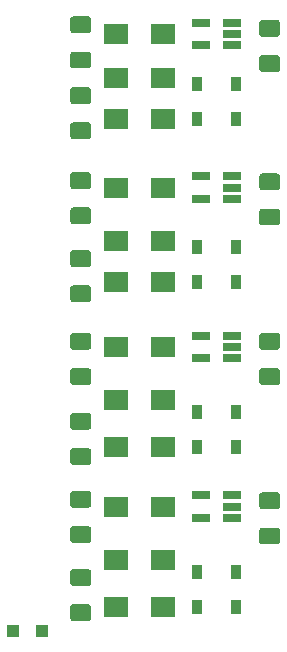
<source format=gbr>
G04 #@! TF.GenerationSoftware,KiCad,Pcbnew,5.0.2-bee76a0~70~ubuntu18.10.1*
G04 #@! TF.CreationDate,2019-03-01T08:09:35-06:00*
G04 #@! TF.ProjectId,PiKwonDoHAT,50694b77-6f6e-4446-9f48-41542e6b6963,rev?*
G04 #@! TF.SameCoordinates,PX6bc3e40PY4524320*
G04 #@! TF.FileFunction,Paste,Top*
G04 #@! TF.FilePolarity,Positive*
%FSLAX46Y46*%
G04 Gerber Fmt 4.6, Leading zero omitted, Abs format (unit mm)*
G04 Created by KiCad (PCBNEW 5.0.2-bee76a0~70~ubuntu18.10.1) date Fri 01 Mar 2019 08:09:35 AM CST*
%MOMM*%
%LPD*%
G01*
G04 APERTURE LIST*
%ADD10R,1.560000X0.650000*%
%ADD11R,2.000000X1.700000*%
%ADD12C,0.100000*%
%ADD13C,1.425000*%
%ADD14R,0.900000X1.200000*%
%ADD15R,1.000000X1.000000*%
G04 APERTURE END LIST*
D10*
G04 #@! TO.C,U3*
X-13150000Y-18450000D03*
X-13150000Y-17500000D03*
X-13150000Y-16550000D03*
X-15850000Y-16550000D03*
X-15850000Y-18450000D03*
G04 #@! TD*
D11*
G04 #@! TO.C,R8*
X-19000000Y-25500000D03*
X-23000000Y-25500000D03*
G04 #@! TD*
D12*
G04 #@! TO.C,C10*
G36*
X-25350496Y-19176204D02*
X-25326227Y-19179804D01*
X-25302429Y-19185765D01*
X-25279329Y-19194030D01*
X-25257151Y-19204520D01*
X-25236107Y-19217133D01*
X-25216402Y-19231747D01*
X-25198223Y-19248223D01*
X-25181747Y-19266402D01*
X-25167133Y-19286107D01*
X-25154520Y-19307151D01*
X-25144030Y-19329329D01*
X-25135765Y-19352429D01*
X-25129804Y-19376227D01*
X-25126204Y-19400496D01*
X-25125000Y-19425000D01*
X-25125000Y-20350000D01*
X-25126204Y-20374504D01*
X-25129804Y-20398773D01*
X-25135765Y-20422571D01*
X-25144030Y-20445671D01*
X-25154520Y-20467849D01*
X-25167133Y-20488893D01*
X-25181747Y-20508598D01*
X-25198223Y-20526777D01*
X-25216402Y-20543253D01*
X-25236107Y-20557867D01*
X-25257151Y-20570480D01*
X-25279329Y-20580970D01*
X-25302429Y-20589235D01*
X-25326227Y-20595196D01*
X-25350496Y-20598796D01*
X-25375000Y-20600000D01*
X-26625000Y-20600000D01*
X-26649504Y-20598796D01*
X-26673773Y-20595196D01*
X-26697571Y-20589235D01*
X-26720671Y-20580970D01*
X-26742849Y-20570480D01*
X-26763893Y-20557867D01*
X-26783598Y-20543253D01*
X-26801777Y-20526777D01*
X-26818253Y-20508598D01*
X-26832867Y-20488893D01*
X-26845480Y-20467849D01*
X-26855970Y-20445671D01*
X-26864235Y-20422571D01*
X-26870196Y-20398773D01*
X-26873796Y-20374504D01*
X-26875000Y-20350000D01*
X-26875000Y-19425000D01*
X-26873796Y-19400496D01*
X-26870196Y-19376227D01*
X-26864235Y-19352429D01*
X-26855970Y-19329329D01*
X-26845480Y-19307151D01*
X-26832867Y-19286107D01*
X-26818253Y-19266402D01*
X-26801777Y-19248223D01*
X-26783598Y-19231747D01*
X-26763893Y-19217133D01*
X-26742849Y-19204520D01*
X-26720671Y-19194030D01*
X-26697571Y-19185765D01*
X-26673773Y-19179804D01*
X-26649504Y-19176204D01*
X-26625000Y-19175000D01*
X-25375000Y-19175000D01*
X-25350496Y-19176204D01*
X-25350496Y-19176204D01*
G37*
D13*
X-26000000Y-19887500D03*
D12*
G36*
X-25350496Y-16201204D02*
X-25326227Y-16204804D01*
X-25302429Y-16210765D01*
X-25279329Y-16219030D01*
X-25257151Y-16229520D01*
X-25236107Y-16242133D01*
X-25216402Y-16256747D01*
X-25198223Y-16273223D01*
X-25181747Y-16291402D01*
X-25167133Y-16311107D01*
X-25154520Y-16332151D01*
X-25144030Y-16354329D01*
X-25135765Y-16377429D01*
X-25129804Y-16401227D01*
X-25126204Y-16425496D01*
X-25125000Y-16450000D01*
X-25125000Y-17375000D01*
X-25126204Y-17399504D01*
X-25129804Y-17423773D01*
X-25135765Y-17447571D01*
X-25144030Y-17470671D01*
X-25154520Y-17492849D01*
X-25167133Y-17513893D01*
X-25181747Y-17533598D01*
X-25198223Y-17551777D01*
X-25216402Y-17568253D01*
X-25236107Y-17582867D01*
X-25257151Y-17595480D01*
X-25279329Y-17605970D01*
X-25302429Y-17614235D01*
X-25326227Y-17620196D01*
X-25350496Y-17623796D01*
X-25375000Y-17625000D01*
X-26625000Y-17625000D01*
X-26649504Y-17623796D01*
X-26673773Y-17620196D01*
X-26697571Y-17614235D01*
X-26720671Y-17605970D01*
X-26742849Y-17595480D01*
X-26763893Y-17582867D01*
X-26783598Y-17568253D01*
X-26801777Y-17551777D01*
X-26818253Y-17533598D01*
X-26832867Y-17513893D01*
X-26845480Y-17492849D01*
X-26855970Y-17470671D01*
X-26864235Y-17447571D01*
X-26870196Y-17423773D01*
X-26873796Y-17399504D01*
X-26875000Y-17375000D01*
X-26875000Y-16450000D01*
X-26873796Y-16425496D01*
X-26870196Y-16401227D01*
X-26864235Y-16377429D01*
X-26855970Y-16354329D01*
X-26845480Y-16332151D01*
X-26832867Y-16311107D01*
X-26818253Y-16291402D01*
X-26801777Y-16273223D01*
X-26783598Y-16256747D01*
X-26763893Y-16242133D01*
X-26742849Y-16229520D01*
X-26720671Y-16219030D01*
X-26697571Y-16210765D01*
X-26673773Y-16204804D01*
X-26649504Y-16201204D01*
X-26625000Y-16200000D01*
X-25375000Y-16200000D01*
X-25350496Y-16201204D01*
X-25350496Y-16201204D01*
G37*
D13*
X-26000000Y-16912500D03*
G04 #@! TD*
D11*
G04 #@! TO.C,R7*
X-19000000Y-17500000D03*
X-23000000Y-17500000D03*
G04 #@! TD*
D12*
G04 #@! TO.C,C9*
G36*
X-25350496Y-25776204D02*
X-25326227Y-25779804D01*
X-25302429Y-25785765D01*
X-25279329Y-25794030D01*
X-25257151Y-25804520D01*
X-25236107Y-25817133D01*
X-25216402Y-25831747D01*
X-25198223Y-25848223D01*
X-25181747Y-25866402D01*
X-25167133Y-25886107D01*
X-25154520Y-25907151D01*
X-25144030Y-25929329D01*
X-25135765Y-25952429D01*
X-25129804Y-25976227D01*
X-25126204Y-26000496D01*
X-25125000Y-26025000D01*
X-25125000Y-26950000D01*
X-25126204Y-26974504D01*
X-25129804Y-26998773D01*
X-25135765Y-27022571D01*
X-25144030Y-27045671D01*
X-25154520Y-27067849D01*
X-25167133Y-27088893D01*
X-25181747Y-27108598D01*
X-25198223Y-27126777D01*
X-25216402Y-27143253D01*
X-25236107Y-27157867D01*
X-25257151Y-27170480D01*
X-25279329Y-27180970D01*
X-25302429Y-27189235D01*
X-25326227Y-27195196D01*
X-25350496Y-27198796D01*
X-25375000Y-27200000D01*
X-26625000Y-27200000D01*
X-26649504Y-27198796D01*
X-26673773Y-27195196D01*
X-26697571Y-27189235D01*
X-26720671Y-27180970D01*
X-26742849Y-27170480D01*
X-26763893Y-27157867D01*
X-26783598Y-27143253D01*
X-26801777Y-27126777D01*
X-26818253Y-27108598D01*
X-26832867Y-27088893D01*
X-26845480Y-27067849D01*
X-26855970Y-27045671D01*
X-26864235Y-27022571D01*
X-26870196Y-26998773D01*
X-26873796Y-26974504D01*
X-26875000Y-26950000D01*
X-26875000Y-26025000D01*
X-26873796Y-26000496D01*
X-26870196Y-25976227D01*
X-26864235Y-25952429D01*
X-26855970Y-25929329D01*
X-26845480Y-25907151D01*
X-26832867Y-25886107D01*
X-26818253Y-25866402D01*
X-26801777Y-25848223D01*
X-26783598Y-25831747D01*
X-26763893Y-25817133D01*
X-26742849Y-25804520D01*
X-26720671Y-25794030D01*
X-26697571Y-25785765D01*
X-26673773Y-25779804D01*
X-26649504Y-25776204D01*
X-26625000Y-25775000D01*
X-25375000Y-25775000D01*
X-25350496Y-25776204D01*
X-25350496Y-25776204D01*
G37*
D13*
X-26000000Y-26487500D03*
D12*
G36*
X-25350496Y-22801204D02*
X-25326227Y-22804804D01*
X-25302429Y-22810765D01*
X-25279329Y-22819030D01*
X-25257151Y-22829520D01*
X-25236107Y-22842133D01*
X-25216402Y-22856747D01*
X-25198223Y-22873223D01*
X-25181747Y-22891402D01*
X-25167133Y-22911107D01*
X-25154520Y-22932151D01*
X-25144030Y-22954329D01*
X-25135765Y-22977429D01*
X-25129804Y-23001227D01*
X-25126204Y-23025496D01*
X-25125000Y-23050000D01*
X-25125000Y-23975000D01*
X-25126204Y-23999504D01*
X-25129804Y-24023773D01*
X-25135765Y-24047571D01*
X-25144030Y-24070671D01*
X-25154520Y-24092849D01*
X-25167133Y-24113893D01*
X-25181747Y-24133598D01*
X-25198223Y-24151777D01*
X-25216402Y-24168253D01*
X-25236107Y-24182867D01*
X-25257151Y-24195480D01*
X-25279329Y-24205970D01*
X-25302429Y-24214235D01*
X-25326227Y-24220196D01*
X-25350496Y-24223796D01*
X-25375000Y-24225000D01*
X-26625000Y-24225000D01*
X-26649504Y-24223796D01*
X-26673773Y-24220196D01*
X-26697571Y-24214235D01*
X-26720671Y-24205970D01*
X-26742849Y-24195480D01*
X-26763893Y-24182867D01*
X-26783598Y-24168253D01*
X-26801777Y-24151777D01*
X-26818253Y-24133598D01*
X-26832867Y-24113893D01*
X-26845480Y-24092849D01*
X-26855970Y-24070671D01*
X-26864235Y-24047571D01*
X-26870196Y-24023773D01*
X-26873796Y-23999504D01*
X-26875000Y-23975000D01*
X-26875000Y-23050000D01*
X-26873796Y-23025496D01*
X-26870196Y-23001227D01*
X-26864235Y-22977429D01*
X-26855970Y-22954329D01*
X-26845480Y-22932151D01*
X-26832867Y-22911107D01*
X-26818253Y-22891402D01*
X-26801777Y-22873223D01*
X-26783598Y-22856747D01*
X-26763893Y-22842133D01*
X-26742849Y-22829520D01*
X-26720671Y-22819030D01*
X-26697571Y-22810765D01*
X-26673773Y-22804804D01*
X-26649504Y-22801204D01*
X-26625000Y-22800000D01*
X-25375000Y-22800000D01*
X-25350496Y-22801204D01*
X-25350496Y-22801204D01*
G37*
D13*
X-26000000Y-23512500D03*
G04 #@! TD*
D14*
G04 #@! TO.C,D7*
X-16150000Y-25500000D03*
X-12850000Y-25500000D03*
G04 #@! TD*
G04 #@! TO.C,D6*
X-12850000Y-22500000D03*
X-16150000Y-22500000D03*
G04 #@! TD*
D11*
G04 #@! TO.C,R9*
X-19000000Y-22000000D03*
X-23000000Y-22000000D03*
G04 #@! TD*
D14*
G04 #@! TO.C,D8*
X-12850000Y-8700000D03*
X-16150000Y-8700000D03*
G04 #@! TD*
G04 #@! TO.C,D2*
X-12850000Y-50000000D03*
X-16150000Y-50000000D03*
G04 #@! TD*
G04 #@! TO.C,D3*
X-16150000Y-53000000D03*
X-12850000Y-53000000D03*
G04 #@! TD*
G04 #@! TO.C,D4*
X-12850000Y-36500000D03*
X-16150000Y-36500000D03*
G04 #@! TD*
G04 #@! TO.C,D9*
X-16150000Y-11700000D03*
X-12850000Y-11700000D03*
G04 #@! TD*
G04 #@! TO.C,D5*
X-16150000Y-39500000D03*
X-12850000Y-39500000D03*
G04 #@! TD*
D12*
G04 #@! TO.C,C1*
G36*
X-9350496Y-46276204D02*
X-9326227Y-46279804D01*
X-9302429Y-46285765D01*
X-9279329Y-46294030D01*
X-9257151Y-46304520D01*
X-9236107Y-46317133D01*
X-9216402Y-46331747D01*
X-9198223Y-46348223D01*
X-9181747Y-46366402D01*
X-9167133Y-46386107D01*
X-9154520Y-46407151D01*
X-9144030Y-46429329D01*
X-9135765Y-46452429D01*
X-9129804Y-46476227D01*
X-9126204Y-46500496D01*
X-9125000Y-46525000D01*
X-9125000Y-47450000D01*
X-9126204Y-47474504D01*
X-9129804Y-47498773D01*
X-9135765Y-47522571D01*
X-9144030Y-47545671D01*
X-9154520Y-47567849D01*
X-9167133Y-47588893D01*
X-9181747Y-47608598D01*
X-9198223Y-47626777D01*
X-9216402Y-47643253D01*
X-9236107Y-47657867D01*
X-9257151Y-47670480D01*
X-9279329Y-47680970D01*
X-9302429Y-47689235D01*
X-9326227Y-47695196D01*
X-9350496Y-47698796D01*
X-9375000Y-47700000D01*
X-10625000Y-47700000D01*
X-10649504Y-47698796D01*
X-10673773Y-47695196D01*
X-10697571Y-47689235D01*
X-10720671Y-47680970D01*
X-10742849Y-47670480D01*
X-10763893Y-47657867D01*
X-10783598Y-47643253D01*
X-10801777Y-47626777D01*
X-10818253Y-47608598D01*
X-10832867Y-47588893D01*
X-10845480Y-47567849D01*
X-10855970Y-47545671D01*
X-10864235Y-47522571D01*
X-10870196Y-47498773D01*
X-10873796Y-47474504D01*
X-10875000Y-47450000D01*
X-10875000Y-46525000D01*
X-10873796Y-46500496D01*
X-10870196Y-46476227D01*
X-10864235Y-46452429D01*
X-10855970Y-46429329D01*
X-10845480Y-46407151D01*
X-10832867Y-46386107D01*
X-10818253Y-46366402D01*
X-10801777Y-46348223D01*
X-10783598Y-46331747D01*
X-10763893Y-46317133D01*
X-10742849Y-46304520D01*
X-10720671Y-46294030D01*
X-10697571Y-46285765D01*
X-10673773Y-46279804D01*
X-10649504Y-46276204D01*
X-10625000Y-46275000D01*
X-9375000Y-46275000D01*
X-9350496Y-46276204D01*
X-9350496Y-46276204D01*
G37*
D13*
X-10000000Y-46987500D03*
D12*
G36*
X-9350496Y-43301204D02*
X-9326227Y-43304804D01*
X-9302429Y-43310765D01*
X-9279329Y-43319030D01*
X-9257151Y-43329520D01*
X-9236107Y-43342133D01*
X-9216402Y-43356747D01*
X-9198223Y-43373223D01*
X-9181747Y-43391402D01*
X-9167133Y-43411107D01*
X-9154520Y-43432151D01*
X-9144030Y-43454329D01*
X-9135765Y-43477429D01*
X-9129804Y-43501227D01*
X-9126204Y-43525496D01*
X-9125000Y-43550000D01*
X-9125000Y-44475000D01*
X-9126204Y-44499504D01*
X-9129804Y-44523773D01*
X-9135765Y-44547571D01*
X-9144030Y-44570671D01*
X-9154520Y-44592849D01*
X-9167133Y-44613893D01*
X-9181747Y-44633598D01*
X-9198223Y-44651777D01*
X-9216402Y-44668253D01*
X-9236107Y-44682867D01*
X-9257151Y-44695480D01*
X-9279329Y-44705970D01*
X-9302429Y-44714235D01*
X-9326227Y-44720196D01*
X-9350496Y-44723796D01*
X-9375000Y-44725000D01*
X-10625000Y-44725000D01*
X-10649504Y-44723796D01*
X-10673773Y-44720196D01*
X-10697571Y-44714235D01*
X-10720671Y-44705970D01*
X-10742849Y-44695480D01*
X-10763893Y-44682867D01*
X-10783598Y-44668253D01*
X-10801777Y-44651777D01*
X-10818253Y-44633598D01*
X-10832867Y-44613893D01*
X-10845480Y-44592849D01*
X-10855970Y-44570671D01*
X-10864235Y-44547571D01*
X-10870196Y-44523773D01*
X-10873796Y-44499504D01*
X-10875000Y-44475000D01*
X-10875000Y-43550000D01*
X-10873796Y-43525496D01*
X-10870196Y-43501227D01*
X-10864235Y-43477429D01*
X-10855970Y-43454329D01*
X-10845480Y-43432151D01*
X-10832867Y-43411107D01*
X-10818253Y-43391402D01*
X-10801777Y-43373223D01*
X-10783598Y-43356747D01*
X-10763893Y-43342133D01*
X-10742849Y-43329520D01*
X-10720671Y-43319030D01*
X-10697571Y-43310765D01*
X-10673773Y-43304804D01*
X-10649504Y-43301204D01*
X-10625000Y-43300000D01*
X-9375000Y-43300000D01*
X-9350496Y-43301204D01*
X-9350496Y-43301204D01*
G37*
D13*
X-10000000Y-44012500D03*
G04 #@! TD*
D12*
G04 #@! TO.C,C2*
G36*
X-9350496Y-29801204D02*
X-9326227Y-29804804D01*
X-9302429Y-29810765D01*
X-9279329Y-29819030D01*
X-9257151Y-29829520D01*
X-9236107Y-29842133D01*
X-9216402Y-29856747D01*
X-9198223Y-29873223D01*
X-9181747Y-29891402D01*
X-9167133Y-29911107D01*
X-9154520Y-29932151D01*
X-9144030Y-29954329D01*
X-9135765Y-29977429D01*
X-9129804Y-30001227D01*
X-9126204Y-30025496D01*
X-9125000Y-30050000D01*
X-9125000Y-30975000D01*
X-9126204Y-30999504D01*
X-9129804Y-31023773D01*
X-9135765Y-31047571D01*
X-9144030Y-31070671D01*
X-9154520Y-31092849D01*
X-9167133Y-31113893D01*
X-9181747Y-31133598D01*
X-9198223Y-31151777D01*
X-9216402Y-31168253D01*
X-9236107Y-31182867D01*
X-9257151Y-31195480D01*
X-9279329Y-31205970D01*
X-9302429Y-31214235D01*
X-9326227Y-31220196D01*
X-9350496Y-31223796D01*
X-9375000Y-31225000D01*
X-10625000Y-31225000D01*
X-10649504Y-31223796D01*
X-10673773Y-31220196D01*
X-10697571Y-31214235D01*
X-10720671Y-31205970D01*
X-10742849Y-31195480D01*
X-10763893Y-31182867D01*
X-10783598Y-31168253D01*
X-10801777Y-31151777D01*
X-10818253Y-31133598D01*
X-10832867Y-31113893D01*
X-10845480Y-31092849D01*
X-10855970Y-31070671D01*
X-10864235Y-31047571D01*
X-10870196Y-31023773D01*
X-10873796Y-30999504D01*
X-10875000Y-30975000D01*
X-10875000Y-30050000D01*
X-10873796Y-30025496D01*
X-10870196Y-30001227D01*
X-10864235Y-29977429D01*
X-10855970Y-29954329D01*
X-10845480Y-29932151D01*
X-10832867Y-29911107D01*
X-10818253Y-29891402D01*
X-10801777Y-29873223D01*
X-10783598Y-29856747D01*
X-10763893Y-29842133D01*
X-10742849Y-29829520D01*
X-10720671Y-29819030D01*
X-10697571Y-29810765D01*
X-10673773Y-29804804D01*
X-10649504Y-29801204D01*
X-10625000Y-29800000D01*
X-9375000Y-29800000D01*
X-9350496Y-29801204D01*
X-9350496Y-29801204D01*
G37*
D13*
X-10000000Y-30512500D03*
D12*
G36*
X-9350496Y-32776204D02*
X-9326227Y-32779804D01*
X-9302429Y-32785765D01*
X-9279329Y-32794030D01*
X-9257151Y-32804520D01*
X-9236107Y-32817133D01*
X-9216402Y-32831747D01*
X-9198223Y-32848223D01*
X-9181747Y-32866402D01*
X-9167133Y-32886107D01*
X-9154520Y-32907151D01*
X-9144030Y-32929329D01*
X-9135765Y-32952429D01*
X-9129804Y-32976227D01*
X-9126204Y-33000496D01*
X-9125000Y-33025000D01*
X-9125000Y-33950000D01*
X-9126204Y-33974504D01*
X-9129804Y-33998773D01*
X-9135765Y-34022571D01*
X-9144030Y-34045671D01*
X-9154520Y-34067849D01*
X-9167133Y-34088893D01*
X-9181747Y-34108598D01*
X-9198223Y-34126777D01*
X-9216402Y-34143253D01*
X-9236107Y-34157867D01*
X-9257151Y-34170480D01*
X-9279329Y-34180970D01*
X-9302429Y-34189235D01*
X-9326227Y-34195196D01*
X-9350496Y-34198796D01*
X-9375000Y-34200000D01*
X-10625000Y-34200000D01*
X-10649504Y-34198796D01*
X-10673773Y-34195196D01*
X-10697571Y-34189235D01*
X-10720671Y-34180970D01*
X-10742849Y-34170480D01*
X-10763893Y-34157867D01*
X-10783598Y-34143253D01*
X-10801777Y-34126777D01*
X-10818253Y-34108598D01*
X-10832867Y-34088893D01*
X-10845480Y-34067849D01*
X-10855970Y-34045671D01*
X-10864235Y-34022571D01*
X-10870196Y-33998773D01*
X-10873796Y-33974504D01*
X-10875000Y-33950000D01*
X-10875000Y-33025000D01*
X-10873796Y-33000496D01*
X-10870196Y-32976227D01*
X-10864235Y-32952429D01*
X-10855970Y-32929329D01*
X-10845480Y-32907151D01*
X-10832867Y-32886107D01*
X-10818253Y-32866402D01*
X-10801777Y-32848223D01*
X-10783598Y-32831747D01*
X-10763893Y-32817133D01*
X-10742849Y-32804520D01*
X-10720671Y-32794030D01*
X-10697571Y-32785765D01*
X-10673773Y-32779804D01*
X-10649504Y-32776204D01*
X-10625000Y-32775000D01*
X-9375000Y-32775000D01*
X-9350496Y-32776204D01*
X-9350496Y-32776204D01*
G37*
D13*
X-10000000Y-33487500D03*
G04 #@! TD*
D12*
G04 #@! TO.C,C3*
G36*
X-9350496Y-19276204D02*
X-9326227Y-19279804D01*
X-9302429Y-19285765D01*
X-9279329Y-19294030D01*
X-9257151Y-19304520D01*
X-9236107Y-19317133D01*
X-9216402Y-19331747D01*
X-9198223Y-19348223D01*
X-9181747Y-19366402D01*
X-9167133Y-19386107D01*
X-9154520Y-19407151D01*
X-9144030Y-19429329D01*
X-9135765Y-19452429D01*
X-9129804Y-19476227D01*
X-9126204Y-19500496D01*
X-9125000Y-19525000D01*
X-9125000Y-20450000D01*
X-9126204Y-20474504D01*
X-9129804Y-20498773D01*
X-9135765Y-20522571D01*
X-9144030Y-20545671D01*
X-9154520Y-20567849D01*
X-9167133Y-20588893D01*
X-9181747Y-20608598D01*
X-9198223Y-20626777D01*
X-9216402Y-20643253D01*
X-9236107Y-20657867D01*
X-9257151Y-20670480D01*
X-9279329Y-20680970D01*
X-9302429Y-20689235D01*
X-9326227Y-20695196D01*
X-9350496Y-20698796D01*
X-9375000Y-20700000D01*
X-10625000Y-20700000D01*
X-10649504Y-20698796D01*
X-10673773Y-20695196D01*
X-10697571Y-20689235D01*
X-10720671Y-20680970D01*
X-10742849Y-20670480D01*
X-10763893Y-20657867D01*
X-10783598Y-20643253D01*
X-10801777Y-20626777D01*
X-10818253Y-20608598D01*
X-10832867Y-20588893D01*
X-10845480Y-20567849D01*
X-10855970Y-20545671D01*
X-10864235Y-20522571D01*
X-10870196Y-20498773D01*
X-10873796Y-20474504D01*
X-10875000Y-20450000D01*
X-10875000Y-19525000D01*
X-10873796Y-19500496D01*
X-10870196Y-19476227D01*
X-10864235Y-19452429D01*
X-10855970Y-19429329D01*
X-10845480Y-19407151D01*
X-10832867Y-19386107D01*
X-10818253Y-19366402D01*
X-10801777Y-19348223D01*
X-10783598Y-19331747D01*
X-10763893Y-19317133D01*
X-10742849Y-19304520D01*
X-10720671Y-19294030D01*
X-10697571Y-19285765D01*
X-10673773Y-19279804D01*
X-10649504Y-19276204D01*
X-10625000Y-19275000D01*
X-9375000Y-19275000D01*
X-9350496Y-19276204D01*
X-9350496Y-19276204D01*
G37*
D13*
X-10000000Y-19987500D03*
D12*
G36*
X-9350496Y-16301204D02*
X-9326227Y-16304804D01*
X-9302429Y-16310765D01*
X-9279329Y-16319030D01*
X-9257151Y-16329520D01*
X-9236107Y-16342133D01*
X-9216402Y-16356747D01*
X-9198223Y-16373223D01*
X-9181747Y-16391402D01*
X-9167133Y-16411107D01*
X-9154520Y-16432151D01*
X-9144030Y-16454329D01*
X-9135765Y-16477429D01*
X-9129804Y-16501227D01*
X-9126204Y-16525496D01*
X-9125000Y-16550000D01*
X-9125000Y-17475000D01*
X-9126204Y-17499504D01*
X-9129804Y-17523773D01*
X-9135765Y-17547571D01*
X-9144030Y-17570671D01*
X-9154520Y-17592849D01*
X-9167133Y-17613893D01*
X-9181747Y-17633598D01*
X-9198223Y-17651777D01*
X-9216402Y-17668253D01*
X-9236107Y-17682867D01*
X-9257151Y-17695480D01*
X-9279329Y-17705970D01*
X-9302429Y-17714235D01*
X-9326227Y-17720196D01*
X-9350496Y-17723796D01*
X-9375000Y-17725000D01*
X-10625000Y-17725000D01*
X-10649504Y-17723796D01*
X-10673773Y-17720196D01*
X-10697571Y-17714235D01*
X-10720671Y-17705970D01*
X-10742849Y-17695480D01*
X-10763893Y-17682867D01*
X-10783598Y-17668253D01*
X-10801777Y-17651777D01*
X-10818253Y-17633598D01*
X-10832867Y-17613893D01*
X-10845480Y-17592849D01*
X-10855970Y-17570671D01*
X-10864235Y-17547571D01*
X-10870196Y-17523773D01*
X-10873796Y-17499504D01*
X-10875000Y-17475000D01*
X-10875000Y-16550000D01*
X-10873796Y-16525496D01*
X-10870196Y-16501227D01*
X-10864235Y-16477429D01*
X-10855970Y-16454329D01*
X-10845480Y-16432151D01*
X-10832867Y-16411107D01*
X-10818253Y-16391402D01*
X-10801777Y-16373223D01*
X-10783598Y-16356747D01*
X-10763893Y-16342133D01*
X-10742849Y-16329520D01*
X-10720671Y-16319030D01*
X-10697571Y-16310765D01*
X-10673773Y-16304804D01*
X-10649504Y-16301204D01*
X-10625000Y-16300000D01*
X-9375000Y-16300000D01*
X-9350496Y-16301204D01*
X-9350496Y-16301204D01*
G37*
D13*
X-10000000Y-17012500D03*
G04 #@! TD*
D12*
G04 #@! TO.C,C4*
G36*
X-9350496Y-3301204D02*
X-9326227Y-3304804D01*
X-9302429Y-3310765D01*
X-9279329Y-3319030D01*
X-9257151Y-3329520D01*
X-9236107Y-3342133D01*
X-9216402Y-3356747D01*
X-9198223Y-3373223D01*
X-9181747Y-3391402D01*
X-9167133Y-3411107D01*
X-9154520Y-3432151D01*
X-9144030Y-3454329D01*
X-9135765Y-3477429D01*
X-9129804Y-3501227D01*
X-9126204Y-3525496D01*
X-9125000Y-3550000D01*
X-9125000Y-4475000D01*
X-9126204Y-4499504D01*
X-9129804Y-4523773D01*
X-9135765Y-4547571D01*
X-9144030Y-4570671D01*
X-9154520Y-4592849D01*
X-9167133Y-4613893D01*
X-9181747Y-4633598D01*
X-9198223Y-4651777D01*
X-9216402Y-4668253D01*
X-9236107Y-4682867D01*
X-9257151Y-4695480D01*
X-9279329Y-4705970D01*
X-9302429Y-4714235D01*
X-9326227Y-4720196D01*
X-9350496Y-4723796D01*
X-9375000Y-4725000D01*
X-10625000Y-4725000D01*
X-10649504Y-4723796D01*
X-10673773Y-4720196D01*
X-10697571Y-4714235D01*
X-10720671Y-4705970D01*
X-10742849Y-4695480D01*
X-10763893Y-4682867D01*
X-10783598Y-4668253D01*
X-10801777Y-4651777D01*
X-10818253Y-4633598D01*
X-10832867Y-4613893D01*
X-10845480Y-4592849D01*
X-10855970Y-4570671D01*
X-10864235Y-4547571D01*
X-10870196Y-4523773D01*
X-10873796Y-4499504D01*
X-10875000Y-4475000D01*
X-10875000Y-3550000D01*
X-10873796Y-3525496D01*
X-10870196Y-3501227D01*
X-10864235Y-3477429D01*
X-10855970Y-3454329D01*
X-10845480Y-3432151D01*
X-10832867Y-3411107D01*
X-10818253Y-3391402D01*
X-10801777Y-3373223D01*
X-10783598Y-3356747D01*
X-10763893Y-3342133D01*
X-10742849Y-3329520D01*
X-10720671Y-3319030D01*
X-10697571Y-3310765D01*
X-10673773Y-3304804D01*
X-10649504Y-3301204D01*
X-10625000Y-3300000D01*
X-9375000Y-3300000D01*
X-9350496Y-3301204D01*
X-9350496Y-3301204D01*
G37*
D13*
X-10000000Y-4012500D03*
D12*
G36*
X-9350496Y-6276204D02*
X-9326227Y-6279804D01*
X-9302429Y-6285765D01*
X-9279329Y-6294030D01*
X-9257151Y-6304520D01*
X-9236107Y-6317133D01*
X-9216402Y-6331747D01*
X-9198223Y-6348223D01*
X-9181747Y-6366402D01*
X-9167133Y-6386107D01*
X-9154520Y-6407151D01*
X-9144030Y-6429329D01*
X-9135765Y-6452429D01*
X-9129804Y-6476227D01*
X-9126204Y-6500496D01*
X-9125000Y-6525000D01*
X-9125000Y-7450000D01*
X-9126204Y-7474504D01*
X-9129804Y-7498773D01*
X-9135765Y-7522571D01*
X-9144030Y-7545671D01*
X-9154520Y-7567849D01*
X-9167133Y-7588893D01*
X-9181747Y-7608598D01*
X-9198223Y-7626777D01*
X-9216402Y-7643253D01*
X-9236107Y-7657867D01*
X-9257151Y-7670480D01*
X-9279329Y-7680970D01*
X-9302429Y-7689235D01*
X-9326227Y-7695196D01*
X-9350496Y-7698796D01*
X-9375000Y-7700000D01*
X-10625000Y-7700000D01*
X-10649504Y-7698796D01*
X-10673773Y-7695196D01*
X-10697571Y-7689235D01*
X-10720671Y-7680970D01*
X-10742849Y-7670480D01*
X-10763893Y-7657867D01*
X-10783598Y-7643253D01*
X-10801777Y-7626777D01*
X-10818253Y-7608598D01*
X-10832867Y-7588893D01*
X-10845480Y-7567849D01*
X-10855970Y-7545671D01*
X-10864235Y-7522571D01*
X-10870196Y-7498773D01*
X-10873796Y-7474504D01*
X-10875000Y-7450000D01*
X-10875000Y-6525000D01*
X-10873796Y-6500496D01*
X-10870196Y-6476227D01*
X-10864235Y-6452429D01*
X-10855970Y-6429329D01*
X-10845480Y-6407151D01*
X-10832867Y-6386107D01*
X-10818253Y-6366402D01*
X-10801777Y-6348223D01*
X-10783598Y-6331747D01*
X-10763893Y-6317133D01*
X-10742849Y-6304520D01*
X-10720671Y-6294030D01*
X-10697571Y-6285765D01*
X-10673773Y-6279804D01*
X-10649504Y-6276204D01*
X-10625000Y-6275000D01*
X-9375000Y-6275000D01*
X-9350496Y-6276204D01*
X-9350496Y-6276204D01*
G37*
D13*
X-10000000Y-6987500D03*
G04 #@! TD*
D12*
G04 #@! TO.C,C5*
G36*
X-25350496Y-52776204D02*
X-25326227Y-52779804D01*
X-25302429Y-52785765D01*
X-25279329Y-52794030D01*
X-25257151Y-52804520D01*
X-25236107Y-52817133D01*
X-25216402Y-52831747D01*
X-25198223Y-52848223D01*
X-25181747Y-52866402D01*
X-25167133Y-52886107D01*
X-25154520Y-52907151D01*
X-25144030Y-52929329D01*
X-25135765Y-52952429D01*
X-25129804Y-52976227D01*
X-25126204Y-53000496D01*
X-25125000Y-53025000D01*
X-25125000Y-53950000D01*
X-25126204Y-53974504D01*
X-25129804Y-53998773D01*
X-25135765Y-54022571D01*
X-25144030Y-54045671D01*
X-25154520Y-54067849D01*
X-25167133Y-54088893D01*
X-25181747Y-54108598D01*
X-25198223Y-54126777D01*
X-25216402Y-54143253D01*
X-25236107Y-54157867D01*
X-25257151Y-54170480D01*
X-25279329Y-54180970D01*
X-25302429Y-54189235D01*
X-25326227Y-54195196D01*
X-25350496Y-54198796D01*
X-25375000Y-54200000D01*
X-26625000Y-54200000D01*
X-26649504Y-54198796D01*
X-26673773Y-54195196D01*
X-26697571Y-54189235D01*
X-26720671Y-54180970D01*
X-26742849Y-54170480D01*
X-26763893Y-54157867D01*
X-26783598Y-54143253D01*
X-26801777Y-54126777D01*
X-26818253Y-54108598D01*
X-26832867Y-54088893D01*
X-26845480Y-54067849D01*
X-26855970Y-54045671D01*
X-26864235Y-54022571D01*
X-26870196Y-53998773D01*
X-26873796Y-53974504D01*
X-26875000Y-53950000D01*
X-26875000Y-53025000D01*
X-26873796Y-53000496D01*
X-26870196Y-52976227D01*
X-26864235Y-52952429D01*
X-26855970Y-52929329D01*
X-26845480Y-52907151D01*
X-26832867Y-52886107D01*
X-26818253Y-52866402D01*
X-26801777Y-52848223D01*
X-26783598Y-52831747D01*
X-26763893Y-52817133D01*
X-26742849Y-52804520D01*
X-26720671Y-52794030D01*
X-26697571Y-52785765D01*
X-26673773Y-52779804D01*
X-26649504Y-52776204D01*
X-26625000Y-52775000D01*
X-25375000Y-52775000D01*
X-25350496Y-52776204D01*
X-25350496Y-52776204D01*
G37*
D13*
X-26000000Y-53487500D03*
D12*
G36*
X-25350496Y-49801204D02*
X-25326227Y-49804804D01*
X-25302429Y-49810765D01*
X-25279329Y-49819030D01*
X-25257151Y-49829520D01*
X-25236107Y-49842133D01*
X-25216402Y-49856747D01*
X-25198223Y-49873223D01*
X-25181747Y-49891402D01*
X-25167133Y-49911107D01*
X-25154520Y-49932151D01*
X-25144030Y-49954329D01*
X-25135765Y-49977429D01*
X-25129804Y-50001227D01*
X-25126204Y-50025496D01*
X-25125000Y-50050000D01*
X-25125000Y-50975000D01*
X-25126204Y-50999504D01*
X-25129804Y-51023773D01*
X-25135765Y-51047571D01*
X-25144030Y-51070671D01*
X-25154520Y-51092849D01*
X-25167133Y-51113893D01*
X-25181747Y-51133598D01*
X-25198223Y-51151777D01*
X-25216402Y-51168253D01*
X-25236107Y-51182867D01*
X-25257151Y-51195480D01*
X-25279329Y-51205970D01*
X-25302429Y-51214235D01*
X-25326227Y-51220196D01*
X-25350496Y-51223796D01*
X-25375000Y-51225000D01*
X-26625000Y-51225000D01*
X-26649504Y-51223796D01*
X-26673773Y-51220196D01*
X-26697571Y-51214235D01*
X-26720671Y-51205970D01*
X-26742849Y-51195480D01*
X-26763893Y-51182867D01*
X-26783598Y-51168253D01*
X-26801777Y-51151777D01*
X-26818253Y-51133598D01*
X-26832867Y-51113893D01*
X-26845480Y-51092849D01*
X-26855970Y-51070671D01*
X-26864235Y-51047571D01*
X-26870196Y-51023773D01*
X-26873796Y-50999504D01*
X-26875000Y-50975000D01*
X-26875000Y-50050000D01*
X-26873796Y-50025496D01*
X-26870196Y-50001227D01*
X-26864235Y-49977429D01*
X-26855970Y-49954329D01*
X-26845480Y-49932151D01*
X-26832867Y-49911107D01*
X-26818253Y-49891402D01*
X-26801777Y-49873223D01*
X-26783598Y-49856747D01*
X-26763893Y-49842133D01*
X-26742849Y-49829520D01*
X-26720671Y-49819030D01*
X-26697571Y-49810765D01*
X-26673773Y-49804804D01*
X-26649504Y-49801204D01*
X-26625000Y-49800000D01*
X-25375000Y-49800000D01*
X-25350496Y-49801204D01*
X-25350496Y-49801204D01*
G37*
D13*
X-26000000Y-50512500D03*
G04 #@! TD*
D12*
G04 #@! TO.C,C6*
G36*
X-25350496Y-46155204D02*
X-25326227Y-46158804D01*
X-25302429Y-46164765D01*
X-25279329Y-46173030D01*
X-25257151Y-46183520D01*
X-25236107Y-46196133D01*
X-25216402Y-46210747D01*
X-25198223Y-46227223D01*
X-25181747Y-46245402D01*
X-25167133Y-46265107D01*
X-25154520Y-46286151D01*
X-25144030Y-46308329D01*
X-25135765Y-46331429D01*
X-25129804Y-46355227D01*
X-25126204Y-46379496D01*
X-25125000Y-46404000D01*
X-25125000Y-47329000D01*
X-25126204Y-47353504D01*
X-25129804Y-47377773D01*
X-25135765Y-47401571D01*
X-25144030Y-47424671D01*
X-25154520Y-47446849D01*
X-25167133Y-47467893D01*
X-25181747Y-47487598D01*
X-25198223Y-47505777D01*
X-25216402Y-47522253D01*
X-25236107Y-47536867D01*
X-25257151Y-47549480D01*
X-25279329Y-47559970D01*
X-25302429Y-47568235D01*
X-25326227Y-47574196D01*
X-25350496Y-47577796D01*
X-25375000Y-47579000D01*
X-26625000Y-47579000D01*
X-26649504Y-47577796D01*
X-26673773Y-47574196D01*
X-26697571Y-47568235D01*
X-26720671Y-47559970D01*
X-26742849Y-47549480D01*
X-26763893Y-47536867D01*
X-26783598Y-47522253D01*
X-26801777Y-47505777D01*
X-26818253Y-47487598D01*
X-26832867Y-47467893D01*
X-26845480Y-47446849D01*
X-26855970Y-47424671D01*
X-26864235Y-47401571D01*
X-26870196Y-47377773D01*
X-26873796Y-47353504D01*
X-26875000Y-47329000D01*
X-26875000Y-46404000D01*
X-26873796Y-46379496D01*
X-26870196Y-46355227D01*
X-26864235Y-46331429D01*
X-26855970Y-46308329D01*
X-26845480Y-46286151D01*
X-26832867Y-46265107D01*
X-26818253Y-46245402D01*
X-26801777Y-46227223D01*
X-26783598Y-46210747D01*
X-26763893Y-46196133D01*
X-26742849Y-46183520D01*
X-26720671Y-46173030D01*
X-26697571Y-46164765D01*
X-26673773Y-46158804D01*
X-26649504Y-46155204D01*
X-26625000Y-46154000D01*
X-25375000Y-46154000D01*
X-25350496Y-46155204D01*
X-25350496Y-46155204D01*
G37*
D13*
X-26000000Y-46866500D03*
D12*
G36*
X-25350496Y-43180204D02*
X-25326227Y-43183804D01*
X-25302429Y-43189765D01*
X-25279329Y-43198030D01*
X-25257151Y-43208520D01*
X-25236107Y-43221133D01*
X-25216402Y-43235747D01*
X-25198223Y-43252223D01*
X-25181747Y-43270402D01*
X-25167133Y-43290107D01*
X-25154520Y-43311151D01*
X-25144030Y-43333329D01*
X-25135765Y-43356429D01*
X-25129804Y-43380227D01*
X-25126204Y-43404496D01*
X-25125000Y-43429000D01*
X-25125000Y-44354000D01*
X-25126204Y-44378504D01*
X-25129804Y-44402773D01*
X-25135765Y-44426571D01*
X-25144030Y-44449671D01*
X-25154520Y-44471849D01*
X-25167133Y-44492893D01*
X-25181747Y-44512598D01*
X-25198223Y-44530777D01*
X-25216402Y-44547253D01*
X-25236107Y-44561867D01*
X-25257151Y-44574480D01*
X-25279329Y-44584970D01*
X-25302429Y-44593235D01*
X-25326227Y-44599196D01*
X-25350496Y-44602796D01*
X-25375000Y-44604000D01*
X-26625000Y-44604000D01*
X-26649504Y-44602796D01*
X-26673773Y-44599196D01*
X-26697571Y-44593235D01*
X-26720671Y-44584970D01*
X-26742849Y-44574480D01*
X-26763893Y-44561867D01*
X-26783598Y-44547253D01*
X-26801777Y-44530777D01*
X-26818253Y-44512598D01*
X-26832867Y-44492893D01*
X-26845480Y-44471849D01*
X-26855970Y-44449671D01*
X-26864235Y-44426571D01*
X-26870196Y-44402773D01*
X-26873796Y-44378504D01*
X-26875000Y-44354000D01*
X-26875000Y-43429000D01*
X-26873796Y-43404496D01*
X-26870196Y-43380227D01*
X-26864235Y-43356429D01*
X-26855970Y-43333329D01*
X-26845480Y-43311151D01*
X-26832867Y-43290107D01*
X-26818253Y-43270402D01*
X-26801777Y-43252223D01*
X-26783598Y-43235747D01*
X-26763893Y-43221133D01*
X-26742849Y-43208520D01*
X-26720671Y-43198030D01*
X-26697571Y-43189765D01*
X-26673773Y-43183804D01*
X-26649504Y-43180204D01*
X-26625000Y-43179000D01*
X-25375000Y-43179000D01*
X-25350496Y-43180204D01*
X-25350496Y-43180204D01*
G37*
D13*
X-26000000Y-43891500D03*
G04 #@! TD*
D12*
G04 #@! TO.C,C7*
G36*
X-25350496Y-39551204D02*
X-25326227Y-39554804D01*
X-25302429Y-39560765D01*
X-25279329Y-39569030D01*
X-25257151Y-39579520D01*
X-25236107Y-39592133D01*
X-25216402Y-39606747D01*
X-25198223Y-39623223D01*
X-25181747Y-39641402D01*
X-25167133Y-39661107D01*
X-25154520Y-39682151D01*
X-25144030Y-39704329D01*
X-25135765Y-39727429D01*
X-25129804Y-39751227D01*
X-25126204Y-39775496D01*
X-25125000Y-39800000D01*
X-25125000Y-40725000D01*
X-25126204Y-40749504D01*
X-25129804Y-40773773D01*
X-25135765Y-40797571D01*
X-25144030Y-40820671D01*
X-25154520Y-40842849D01*
X-25167133Y-40863893D01*
X-25181747Y-40883598D01*
X-25198223Y-40901777D01*
X-25216402Y-40918253D01*
X-25236107Y-40932867D01*
X-25257151Y-40945480D01*
X-25279329Y-40955970D01*
X-25302429Y-40964235D01*
X-25326227Y-40970196D01*
X-25350496Y-40973796D01*
X-25375000Y-40975000D01*
X-26625000Y-40975000D01*
X-26649504Y-40973796D01*
X-26673773Y-40970196D01*
X-26697571Y-40964235D01*
X-26720671Y-40955970D01*
X-26742849Y-40945480D01*
X-26763893Y-40932867D01*
X-26783598Y-40918253D01*
X-26801777Y-40901777D01*
X-26818253Y-40883598D01*
X-26832867Y-40863893D01*
X-26845480Y-40842849D01*
X-26855970Y-40820671D01*
X-26864235Y-40797571D01*
X-26870196Y-40773773D01*
X-26873796Y-40749504D01*
X-26875000Y-40725000D01*
X-26875000Y-39800000D01*
X-26873796Y-39775496D01*
X-26870196Y-39751227D01*
X-26864235Y-39727429D01*
X-26855970Y-39704329D01*
X-26845480Y-39682151D01*
X-26832867Y-39661107D01*
X-26818253Y-39641402D01*
X-26801777Y-39623223D01*
X-26783598Y-39606747D01*
X-26763893Y-39592133D01*
X-26742849Y-39579520D01*
X-26720671Y-39569030D01*
X-26697571Y-39560765D01*
X-26673773Y-39554804D01*
X-26649504Y-39551204D01*
X-26625000Y-39550000D01*
X-25375000Y-39550000D01*
X-25350496Y-39551204D01*
X-25350496Y-39551204D01*
G37*
D13*
X-26000000Y-40262500D03*
D12*
G36*
X-25350496Y-36576204D02*
X-25326227Y-36579804D01*
X-25302429Y-36585765D01*
X-25279329Y-36594030D01*
X-25257151Y-36604520D01*
X-25236107Y-36617133D01*
X-25216402Y-36631747D01*
X-25198223Y-36648223D01*
X-25181747Y-36666402D01*
X-25167133Y-36686107D01*
X-25154520Y-36707151D01*
X-25144030Y-36729329D01*
X-25135765Y-36752429D01*
X-25129804Y-36776227D01*
X-25126204Y-36800496D01*
X-25125000Y-36825000D01*
X-25125000Y-37750000D01*
X-25126204Y-37774504D01*
X-25129804Y-37798773D01*
X-25135765Y-37822571D01*
X-25144030Y-37845671D01*
X-25154520Y-37867849D01*
X-25167133Y-37888893D01*
X-25181747Y-37908598D01*
X-25198223Y-37926777D01*
X-25216402Y-37943253D01*
X-25236107Y-37957867D01*
X-25257151Y-37970480D01*
X-25279329Y-37980970D01*
X-25302429Y-37989235D01*
X-25326227Y-37995196D01*
X-25350496Y-37998796D01*
X-25375000Y-38000000D01*
X-26625000Y-38000000D01*
X-26649504Y-37998796D01*
X-26673773Y-37995196D01*
X-26697571Y-37989235D01*
X-26720671Y-37980970D01*
X-26742849Y-37970480D01*
X-26763893Y-37957867D01*
X-26783598Y-37943253D01*
X-26801777Y-37926777D01*
X-26818253Y-37908598D01*
X-26832867Y-37888893D01*
X-26845480Y-37867849D01*
X-26855970Y-37845671D01*
X-26864235Y-37822571D01*
X-26870196Y-37798773D01*
X-26873796Y-37774504D01*
X-26875000Y-37750000D01*
X-26875000Y-36825000D01*
X-26873796Y-36800496D01*
X-26870196Y-36776227D01*
X-26864235Y-36752429D01*
X-26855970Y-36729329D01*
X-26845480Y-36707151D01*
X-26832867Y-36686107D01*
X-26818253Y-36666402D01*
X-26801777Y-36648223D01*
X-26783598Y-36631747D01*
X-26763893Y-36617133D01*
X-26742849Y-36604520D01*
X-26720671Y-36594030D01*
X-26697571Y-36585765D01*
X-26673773Y-36579804D01*
X-26649504Y-36576204D01*
X-26625000Y-36575000D01*
X-25375000Y-36575000D01*
X-25350496Y-36576204D01*
X-25350496Y-36576204D01*
G37*
D13*
X-26000000Y-37287500D03*
G04 #@! TD*
D12*
G04 #@! TO.C,C8*
G36*
X-25350496Y-32776204D02*
X-25326227Y-32779804D01*
X-25302429Y-32785765D01*
X-25279329Y-32794030D01*
X-25257151Y-32804520D01*
X-25236107Y-32817133D01*
X-25216402Y-32831747D01*
X-25198223Y-32848223D01*
X-25181747Y-32866402D01*
X-25167133Y-32886107D01*
X-25154520Y-32907151D01*
X-25144030Y-32929329D01*
X-25135765Y-32952429D01*
X-25129804Y-32976227D01*
X-25126204Y-33000496D01*
X-25125000Y-33025000D01*
X-25125000Y-33950000D01*
X-25126204Y-33974504D01*
X-25129804Y-33998773D01*
X-25135765Y-34022571D01*
X-25144030Y-34045671D01*
X-25154520Y-34067849D01*
X-25167133Y-34088893D01*
X-25181747Y-34108598D01*
X-25198223Y-34126777D01*
X-25216402Y-34143253D01*
X-25236107Y-34157867D01*
X-25257151Y-34170480D01*
X-25279329Y-34180970D01*
X-25302429Y-34189235D01*
X-25326227Y-34195196D01*
X-25350496Y-34198796D01*
X-25375000Y-34200000D01*
X-26625000Y-34200000D01*
X-26649504Y-34198796D01*
X-26673773Y-34195196D01*
X-26697571Y-34189235D01*
X-26720671Y-34180970D01*
X-26742849Y-34170480D01*
X-26763893Y-34157867D01*
X-26783598Y-34143253D01*
X-26801777Y-34126777D01*
X-26818253Y-34108598D01*
X-26832867Y-34088893D01*
X-26845480Y-34067849D01*
X-26855970Y-34045671D01*
X-26864235Y-34022571D01*
X-26870196Y-33998773D01*
X-26873796Y-33974504D01*
X-26875000Y-33950000D01*
X-26875000Y-33025000D01*
X-26873796Y-33000496D01*
X-26870196Y-32976227D01*
X-26864235Y-32952429D01*
X-26855970Y-32929329D01*
X-26845480Y-32907151D01*
X-26832867Y-32886107D01*
X-26818253Y-32866402D01*
X-26801777Y-32848223D01*
X-26783598Y-32831747D01*
X-26763893Y-32817133D01*
X-26742849Y-32804520D01*
X-26720671Y-32794030D01*
X-26697571Y-32785765D01*
X-26673773Y-32779804D01*
X-26649504Y-32776204D01*
X-26625000Y-32775000D01*
X-25375000Y-32775000D01*
X-25350496Y-32776204D01*
X-25350496Y-32776204D01*
G37*
D13*
X-26000000Y-33487500D03*
D12*
G36*
X-25350496Y-29801204D02*
X-25326227Y-29804804D01*
X-25302429Y-29810765D01*
X-25279329Y-29819030D01*
X-25257151Y-29829520D01*
X-25236107Y-29842133D01*
X-25216402Y-29856747D01*
X-25198223Y-29873223D01*
X-25181747Y-29891402D01*
X-25167133Y-29911107D01*
X-25154520Y-29932151D01*
X-25144030Y-29954329D01*
X-25135765Y-29977429D01*
X-25129804Y-30001227D01*
X-25126204Y-30025496D01*
X-25125000Y-30050000D01*
X-25125000Y-30975000D01*
X-25126204Y-30999504D01*
X-25129804Y-31023773D01*
X-25135765Y-31047571D01*
X-25144030Y-31070671D01*
X-25154520Y-31092849D01*
X-25167133Y-31113893D01*
X-25181747Y-31133598D01*
X-25198223Y-31151777D01*
X-25216402Y-31168253D01*
X-25236107Y-31182867D01*
X-25257151Y-31195480D01*
X-25279329Y-31205970D01*
X-25302429Y-31214235D01*
X-25326227Y-31220196D01*
X-25350496Y-31223796D01*
X-25375000Y-31225000D01*
X-26625000Y-31225000D01*
X-26649504Y-31223796D01*
X-26673773Y-31220196D01*
X-26697571Y-31214235D01*
X-26720671Y-31205970D01*
X-26742849Y-31195480D01*
X-26763893Y-31182867D01*
X-26783598Y-31168253D01*
X-26801777Y-31151777D01*
X-26818253Y-31133598D01*
X-26832867Y-31113893D01*
X-26845480Y-31092849D01*
X-26855970Y-31070671D01*
X-26864235Y-31047571D01*
X-26870196Y-31023773D01*
X-26873796Y-30999504D01*
X-26875000Y-30975000D01*
X-26875000Y-30050000D01*
X-26873796Y-30025496D01*
X-26870196Y-30001227D01*
X-26864235Y-29977429D01*
X-26855970Y-29954329D01*
X-26845480Y-29932151D01*
X-26832867Y-29911107D01*
X-26818253Y-29891402D01*
X-26801777Y-29873223D01*
X-26783598Y-29856747D01*
X-26763893Y-29842133D01*
X-26742849Y-29829520D01*
X-26720671Y-29819030D01*
X-26697571Y-29810765D01*
X-26673773Y-29804804D01*
X-26649504Y-29801204D01*
X-26625000Y-29800000D01*
X-25375000Y-29800000D01*
X-25350496Y-29801204D01*
X-25350496Y-29801204D01*
G37*
D13*
X-26000000Y-30512500D03*
G04 #@! TD*
D12*
G04 #@! TO.C,C11*
G36*
X-25350496Y-11976204D02*
X-25326227Y-11979804D01*
X-25302429Y-11985765D01*
X-25279329Y-11994030D01*
X-25257151Y-12004520D01*
X-25236107Y-12017133D01*
X-25216402Y-12031747D01*
X-25198223Y-12048223D01*
X-25181747Y-12066402D01*
X-25167133Y-12086107D01*
X-25154520Y-12107151D01*
X-25144030Y-12129329D01*
X-25135765Y-12152429D01*
X-25129804Y-12176227D01*
X-25126204Y-12200496D01*
X-25125000Y-12225000D01*
X-25125000Y-13150000D01*
X-25126204Y-13174504D01*
X-25129804Y-13198773D01*
X-25135765Y-13222571D01*
X-25144030Y-13245671D01*
X-25154520Y-13267849D01*
X-25167133Y-13288893D01*
X-25181747Y-13308598D01*
X-25198223Y-13326777D01*
X-25216402Y-13343253D01*
X-25236107Y-13357867D01*
X-25257151Y-13370480D01*
X-25279329Y-13380970D01*
X-25302429Y-13389235D01*
X-25326227Y-13395196D01*
X-25350496Y-13398796D01*
X-25375000Y-13400000D01*
X-26625000Y-13400000D01*
X-26649504Y-13398796D01*
X-26673773Y-13395196D01*
X-26697571Y-13389235D01*
X-26720671Y-13380970D01*
X-26742849Y-13370480D01*
X-26763893Y-13357867D01*
X-26783598Y-13343253D01*
X-26801777Y-13326777D01*
X-26818253Y-13308598D01*
X-26832867Y-13288893D01*
X-26845480Y-13267849D01*
X-26855970Y-13245671D01*
X-26864235Y-13222571D01*
X-26870196Y-13198773D01*
X-26873796Y-13174504D01*
X-26875000Y-13150000D01*
X-26875000Y-12225000D01*
X-26873796Y-12200496D01*
X-26870196Y-12176227D01*
X-26864235Y-12152429D01*
X-26855970Y-12129329D01*
X-26845480Y-12107151D01*
X-26832867Y-12086107D01*
X-26818253Y-12066402D01*
X-26801777Y-12048223D01*
X-26783598Y-12031747D01*
X-26763893Y-12017133D01*
X-26742849Y-12004520D01*
X-26720671Y-11994030D01*
X-26697571Y-11985765D01*
X-26673773Y-11979804D01*
X-26649504Y-11976204D01*
X-26625000Y-11975000D01*
X-25375000Y-11975000D01*
X-25350496Y-11976204D01*
X-25350496Y-11976204D01*
G37*
D13*
X-26000000Y-12687500D03*
D12*
G36*
X-25350496Y-9001204D02*
X-25326227Y-9004804D01*
X-25302429Y-9010765D01*
X-25279329Y-9019030D01*
X-25257151Y-9029520D01*
X-25236107Y-9042133D01*
X-25216402Y-9056747D01*
X-25198223Y-9073223D01*
X-25181747Y-9091402D01*
X-25167133Y-9111107D01*
X-25154520Y-9132151D01*
X-25144030Y-9154329D01*
X-25135765Y-9177429D01*
X-25129804Y-9201227D01*
X-25126204Y-9225496D01*
X-25125000Y-9250000D01*
X-25125000Y-10175000D01*
X-25126204Y-10199504D01*
X-25129804Y-10223773D01*
X-25135765Y-10247571D01*
X-25144030Y-10270671D01*
X-25154520Y-10292849D01*
X-25167133Y-10313893D01*
X-25181747Y-10333598D01*
X-25198223Y-10351777D01*
X-25216402Y-10368253D01*
X-25236107Y-10382867D01*
X-25257151Y-10395480D01*
X-25279329Y-10405970D01*
X-25302429Y-10414235D01*
X-25326227Y-10420196D01*
X-25350496Y-10423796D01*
X-25375000Y-10425000D01*
X-26625000Y-10425000D01*
X-26649504Y-10423796D01*
X-26673773Y-10420196D01*
X-26697571Y-10414235D01*
X-26720671Y-10405970D01*
X-26742849Y-10395480D01*
X-26763893Y-10382867D01*
X-26783598Y-10368253D01*
X-26801777Y-10351777D01*
X-26818253Y-10333598D01*
X-26832867Y-10313893D01*
X-26845480Y-10292849D01*
X-26855970Y-10270671D01*
X-26864235Y-10247571D01*
X-26870196Y-10223773D01*
X-26873796Y-10199504D01*
X-26875000Y-10175000D01*
X-26875000Y-9250000D01*
X-26873796Y-9225496D01*
X-26870196Y-9201227D01*
X-26864235Y-9177429D01*
X-26855970Y-9154329D01*
X-26845480Y-9132151D01*
X-26832867Y-9111107D01*
X-26818253Y-9091402D01*
X-26801777Y-9073223D01*
X-26783598Y-9056747D01*
X-26763893Y-9042133D01*
X-26742849Y-9029520D01*
X-26720671Y-9019030D01*
X-26697571Y-9010765D01*
X-26673773Y-9004804D01*
X-26649504Y-9001204D01*
X-26625000Y-9000000D01*
X-25375000Y-9000000D01*
X-25350496Y-9001204D01*
X-25350496Y-9001204D01*
G37*
D13*
X-26000000Y-9712500D03*
G04 #@! TD*
D12*
G04 #@! TO.C,C12*
G36*
X-25350496Y-5976204D02*
X-25326227Y-5979804D01*
X-25302429Y-5985765D01*
X-25279329Y-5994030D01*
X-25257151Y-6004520D01*
X-25236107Y-6017133D01*
X-25216402Y-6031747D01*
X-25198223Y-6048223D01*
X-25181747Y-6066402D01*
X-25167133Y-6086107D01*
X-25154520Y-6107151D01*
X-25144030Y-6129329D01*
X-25135765Y-6152429D01*
X-25129804Y-6176227D01*
X-25126204Y-6200496D01*
X-25125000Y-6225000D01*
X-25125000Y-7150000D01*
X-25126204Y-7174504D01*
X-25129804Y-7198773D01*
X-25135765Y-7222571D01*
X-25144030Y-7245671D01*
X-25154520Y-7267849D01*
X-25167133Y-7288893D01*
X-25181747Y-7308598D01*
X-25198223Y-7326777D01*
X-25216402Y-7343253D01*
X-25236107Y-7357867D01*
X-25257151Y-7370480D01*
X-25279329Y-7380970D01*
X-25302429Y-7389235D01*
X-25326227Y-7395196D01*
X-25350496Y-7398796D01*
X-25375000Y-7400000D01*
X-26625000Y-7400000D01*
X-26649504Y-7398796D01*
X-26673773Y-7395196D01*
X-26697571Y-7389235D01*
X-26720671Y-7380970D01*
X-26742849Y-7370480D01*
X-26763893Y-7357867D01*
X-26783598Y-7343253D01*
X-26801777Y-7326777D01*
X-26818253Y-7308598D01*
X-26832867Y-7288893D01*
X-26845480Y-7267849D01*
X-26855970Y-7245671D01*
X-26864235Y-7222571D01*
X-26870196Y-7198773D01*
X-26873796Y-7174504D01*
X-26875000Y-7150000D01*
X-26875000Y-6225000D01*
X-26873796Y-6200496D01*
X-26870196Y-6176227D01*
X-26864235Y-6152429D01*
X-26855970Y-6129329D01*
X-26845480Y-6107151D01*
X-26832867Y-6086107D01*
X-26818253Y-6066402D01*
X-26801777Y-6048223D01*
X-26783598Y-6031747D01*
X-26763893Y-6017133D01*
X-26742849Y-6004520D01*
X-26720671Y-5994030D01*
X-26697571Y-5985765D01*
X-26673773Y-5979804D01*
X-26649504Y-5976204D01*
X-26625000Y-5975000D01*
X-25375000Y-5975000D01*
X-25350496Y-5976204D01*
X-25350496Y-5976204D01*
G37*
D13*
X-26000000Y-6687500D03*
D12*
G36*
X-25350496Y-3001204D02*
X-25326227Y-3004804D01*
X-25302429Y-3010765D01*
X-25279329Y-3019030D01*
X-25257151Y-3029520D01*
X-25236107Y-3042133D01*
X-25216402Y-3056747D01*
X-25198223Y-3073223D01*
X-25181747Y-3091402D01*
X-25167133Y-3111107D01*
X-25154520Y-3132151D01*
X-25144030Y-3154329D01*
X-25135765Y-3177429D01*
X-25129804Y-3201227D01*
X-25126204Y-3225496D01*
X-25125000Y-3250000D01*
X-25125000Y-4175000D01*
X-25126204Y-4199504D01*
X-25129804Y-4223773D01*
X-25135765Y-4247571D01*
X-25144030Y-4270671D01*
X-25154520Y-4292849D01*
X-25167133Y-4313893D01*
X-25181747Y-4333598D01*
X-25198223Y-4351777D01*
X-25216402Y-4368253D01*
X-25236107Y-4382867D01*
X-25257151Y-4395480D01*
X-25279329Y-4405970D01*
X-25302429Y-4414235D01*
X-25326227Y-4420196D01*
X-25350496Y-4423796D01*
X-25375000Y-4425000D01*
X-26625000Y-4425000D01*
X-26649504Y-4423796D01*
X-26673773Y-4420196D01*
X-26697571Y-4414235D01*
X-26720671Y-4405970D01*
X-26742849Y-4395480D01*
X-26763893Y-4382867D01*
X-26783598Y-4368253D01*
X-26801777Y-4351777D01*
X-26818253Y-4333598D01*
X-26832867Y-4313893D01*
X-26845480Y-4292849D01*
X-26855970Y-4270671D01*
X-26864235Y-4247571D01*
X-26870196Y-4223773D01*
X-26873796Y-4199504D01*
X-26875000Y-4175000D01*
X-26875000Y-3250000D01*
X-26873796Y-3225496D01*
X-26870196Y-3201227D01*
X-26864235Y-3177429D01*
X-26855970Y-3154329D01*
X-26845480Y-3132151D01*
X-26832867Y-3111107D01*
X-26818253Y-3091402D01*
X-26801777Y-3073223D01*
X-26783598Y-3056747D01*
X-26763893Y-3042133D01*
X-26742849Y-3029520D01*
X-26720671Y-3019030D01*
X-26697571Y-3010765D01*
X-26673773Y-3004804D01*
X-26649504Y-3001204D01*
X-26625000Y-3000000D01*
X-25375000Y-3000000D01*
X-25350496Y-3001204D01*
X-25350496Y-3001204D01*
G37*
D13*
X-26000000Y-3712500D03*
G04 #@! TD*
D11*
G04 #@! TO.C,R3*
X-19000000Y-49000000D03*
X-23000000Y-49000000D03*
G04 #@! TD*
G04 #@! TO.C,R6*
X-19000000Y-35500000D03*
X-23000000Y-35500000D03*
G04 #@! TD*
G04 #@! TO.C,R12*
X-19000000Y-8200000D03*
X-23000000Y-8200000D03*
G04 #@! TD*
G04 #@! TO.C,R2*
X-19000000Y-53000000D03*
X-23000000Y-53000000D03*
G04 #@! TD*
G04 #@! TO.C,R5*
X-19000000Y-39500000D03*
X-23000000Y-39500000D03*
G04 #@! TD*
G04 #@! TO.C,R11*
X-19000000Y-11700000D03*
X-23000000Y-11700000D03*
G04 #@! TD*
G04 #@! TO.C,R1*
X-19000000Y-44500000D03*
X-23000000Y-44500000D03*
G04 #@! TD*
G04 #@! TO.C,R4*
X-19000000Y-31000000D03*
X-23000000Y-31000000D03*
G04 #@! TD*
G04 #@! TO.C,R10*
X-19000000Y-4500000D03*
X-23000000Y-4500000D03*
G04 #@! TD*
D10*
G04 #@! TO.C,U1*
X-13150000Y-45450000D03*
X-13150000Y-44500000D03*
X-13150000Y-43550000D03*
X-15850000Y-43550000D03*
X-15850000Y-45450000D03*
G04 #@! TD*
G04 #@! TO.C,U4*
X-13150000Y-5450000D03*
X-13150000Y-4500000D03*
X-13150000Y-3550000D03*
X-15850000Y-3550000D03*
X-15850000Y-5450000D03*
G04 #@! TD*
G04 #@! TO.C,U2*
X-13150000Y-31950000D03*
X-13150000Y-31000000D03*
X-13150000Y-30050000D03*
X-15850000Y-30050000D03*
X-15850000Y-31950000D03*
G04 #@! TD*
D15*
G04 #@! TO.C,D1*
X-31750000Y-55000000D03*
X-29250000Y-55000000D03*
G04 #@! TD*
M02*

</source>
